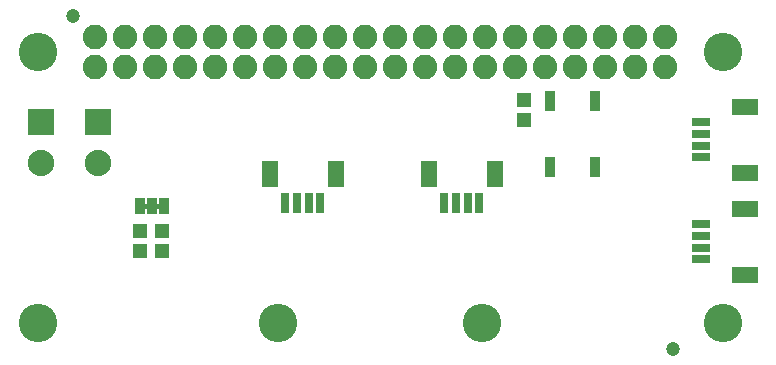
<source format=gts>
G75*
%MOIN*%
%OFA0B0*%
%FSLAX25Y25*%
%IPPOS*%
%LPD*%
%AMOC8*
5,1,8,0,0,1.08239X$1,22.5*
%
%ADD10C,0.04737*%
%ADD11R,0.08674X0.05524*%
%ADD12R,0.06115X0.03162*%
%ADD13C,0.08200*%
%ADD14C,0.12800*%
%ADD15R,0.03300X0.05800*%
%ADD16C,0.00500*%
%ADD17R,0.04737X0.05131*%
%ADD18R,0.08800X0.08800*%
%ADD19C,0.08800*%
%ADD20R,0.03800X0.06800*%
%ADD21R,0.03162X0.06902*%
%ADD22R,0.05524X0.08674*%
D10*
X0337042Y0133176D03*
X0137003Y0244378D03*
D11*
X0360802Y0214024D03*
X0360802Y0191976D03*
X0360801Y0180027D03*
X0360801Y0157979D03*
D12*
X0346333Y0163098D03*
X0346333Y0167035D03*
X0346333Y0170972D03*
X0346333Y0174909D03*
X0346333Y0197094D03*
X0346333Y0201031D03*
X0346333Y0204969D03*
X0346333Y0208906D03*
D13*
X0334286Y0227213D03*
X0324286Y0227213D03*
X0314286Y0227213D03*
X0314286Y0237213D03*
X0324286Y0237213D03*
X0334286Y0237213D03*
X0304286Y0237213D03*
X0294286Y0237213D03*
X0284286Y0237213D03*
X0274286Y0237213D03*
X0264286Y0237213D03*
X0254286Y0237213D03*
X0244286Y0237213D03*
X0234286Y0237213D03*
X0224286Y0237213D03*
X0214286Y0237213D03*
X0204286Y0237213D03*
X0194286Y0237213D03*
X0184286Y0237213D03*
X0174286Y0237213D03*
X0164286Y0237213D03*
X0154286Y0237213D03*
X0144286Y0237213D03*
X0144286Y0227213D03*
X0154286Y0227213D03*
X0164286Y0227213D03*
X0174286Y0227213D03*
X0184286Y0227213D03*
X0194286Y0227213D03*
X0204286Y0227213D03*
X0214286Y0227213D03*
X0224286Y0227213D03*
X0234286Y0227213D03*
X0244286Y0227213D03*
X0254286Y0227213D03*
X0264286Y0227213D03*
X0274286Y0227213D03*
X0284286Y0227213D03*
X0294286Y0227213D03*
X0304286Y0227213D03*
D14*
X0125113Y0141780D03*
X0205213Y0141780D03*
X0273359Y0141780D03*
X0353459Y0141780D03*
X0353459Y0232331D03*
X0125113Y0232331D03*
D15*
X0159326Y0180893D03*
X0163326Y0180893D03*
X0167326Y0180893D03*
D16*
X0166076Y0180842D02*
X0160576Y0180842D01*
X0160576Y0180393D02*
X0160576Y0181393D01*
X0166076Y0181393D01*
X0166076Y0180393D01*
X0160576Y0180393D01*
X0160576Y0181341D02*
X0166076Y0181341D01*
D17*
X0166703Y0172643D03*
X0159377Y0172443D03*
X0159377Y0165750D03*
X0166703Y0165950D03*
X0287333Y0209654D03*
X0287333Y0216346D03*
D18*
X0145333Y0209000D03*
X0126333Y0209000D03*
D19*
X0126333Y0195220D03*
X0145333Y0195220D03*
D20*
X0295833Y0194000D03*
X0310833Y0194000D03*
X0310833Y0216000D03*
X0295833Y0216000D03*
D21*
X0272325Y0182051D03*
X0268388Y0182051D03*
X0264451Y0182051D03*
X0260514Y0182051D03*
X0219325Y0182051D03*
X0215388Y0182051D03*
X0211451Y0182051D03*
X0207514Y0182051D03*
D22*
X0202396Y0191598D03*
X0224444Y0191598D03*
X0255396Y0191598D03*
X0277444Y0191598D03*
M02*

</source>
